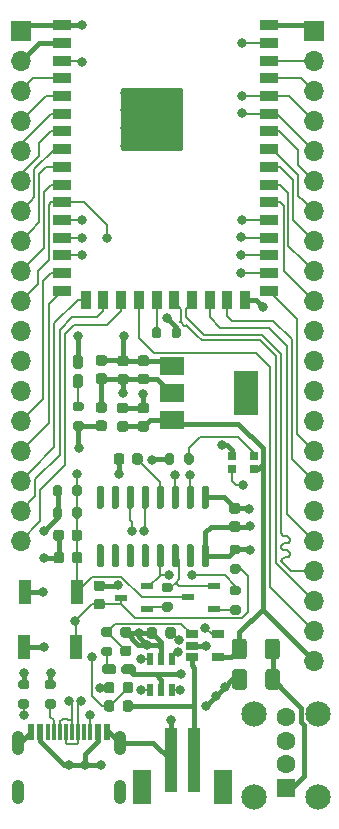
<source format=gbr>
%TF.GenerationSoftware,KiCad,Pcbnew,5.1.10-88a1d61d58~90~ubuntu20.04.1*%
%TF.CreationDate,2021-07-14T19:36:45+05:30*%
%TF.ProjectId,USBee32-S2,55534265-6533-4322-9d53-322e6b696361,rev?*%
%TF.SameCoordinates,Original*%
%TF.FileFunction,Copper,L1,Top*%
%TF.FilePolarity,Positive*%
%FSLAX46Y46*%
G04 Gerber Fmt 4.6, Leading zero omitted, Abs format (unit mm)*
G04 Created by KiCad (PCBNEW 5.1.10-88a1d61d58~90~ubuntu20.04.1) date 2021-07-14 19:36:45*
%MOMM*%
%LPD*%
G01*
G04 APERTURE LIST*
%TA.AperFunction,SMDPad,CuDef*%
%ADD10R,1.600000X3.000000*%
%TD*%
%TA.AperFunction,SMDPad,CuDef*%
%ADD11R,1.000000X5.500000*%
%TD*%
%TA.AperFunction,SMDPad,CuDef*%
%ADD12R,0.600000X1.125000*%
%TD*%
%TA.AperFunction,SMDPad,CuDef*%
%ADD13R,1.050000X0.600000*%
%TD*%
%TA.AperFunction,SMDPad,CuDef*%
%ADD14R,1.060000X0.650000*%
%TD*%
%TA.AperFunction,SMDPad,CuDef*%
%ADD15R,2.000000X1.500000*%
%TD*%
%TA.AperFunction,SMDPad,CuDef*%
%ADD16R,2.000000X3.800000*%
%TD*%
%TA.AperFunction,SMDPad,CuDef*%
%ADD17R,1.100000X1.100000*%
%TD*%
%TA.AperFunction,SMDPad,CuDef*%
%ADD18R,1.500000X0.900000*%
%TD*%
%TA.AperFunction,SMDPad,CuDef*%
%ADD19R,0.900000X1.500000*%
%TD*%
%TA.AperFunction,ComponentPad*%
%ADD20O,1.050000X2.100000*%
%TD*%
%TA.AperFunction,SMDPad,CuDef*%
%ADD21R,0.600000X1.450000*%
%TD*%
%TA.AperFunction,SMDPad,CuDef*%
%ADD22R,0.300000X1.450000*%
%TD*%
%TA.AperFunction,SMDPad,CuDef*%
%ADD23R,0.700000X0.700000*%
%TD*%
%TA.AperFunction,ComponentPad*%
%ADD24C,2.150000*%
%TD*%
%TA.AperFunction,ComponentPad*%
%ADD25R,1.600000X1.600000*%
%TD*%
%TA.AperFunction,ComponentPad*%
%ADD26C,1.600000*%
%TD*%
%TA.AperFunction,ComponentPad*%
%ADD27O,1.700000X1.700000*%
%TD*%
%TA.AperFunction,ComponentPad*%
%ADD28R,1.700000X1.700000*%
%TD*%
%TA.AperFunction,SMDPad,CuDef*%
%ADD29R,1.000000X2.000000*%
%TD*%
%TA.AperFunction,ViaPad*%
%ADD30C,0.800000*%
%TD*%
%TA.AperFunction,Conductor*%
%ADD31C,0.400000*%
%TD*%
%TA.AperFunction,Conductor*%
%ADD32C,0.200000*%
%TD*%
%TA.AperFunction,Conductor*%
%ADD33C,0.254000*%
%TD*%
%TA.AperFunction,Conductor*%
%ADD34C,0.100000*%
%TD*%
G04 APERTURE END LIST*
%TA.AperFunction,SMDPad,CuDef*%
G36*
G01*
X186580700Y-112312200D02*
X186580700Y-113562200D01*
G75*
G02*
X186330700Y-113812200I-250000J0D01*
G01*
X185580700Y-113812200D01*
G75*
G02*
X185330700Y-113562200I0J250000D01*
G01*
X185330700Y-112312200D01*
G75*
G02*
X185580700Y-112062200I250000J0D01*
G01*
X186330700Y-112062200D01*
G75*
G02*
X186580700Y-112312200I0J-250000D01*
G01*
G37*
%TD.AperFunction*%
%TA.AperFunction,SMDPad,CuDef*%
G36*
G01*
X189380700Y-112312200D02*
X189380700Y-113562200D01*
G75*
G02*
X189130700Y-113812200I-250000J0D01*
G01*
X188380700Y-113812200D01*
G75*
G02*
X188130700Y-113562200I0J250000D01*
G01*
X188130700Y-112312200D01*
G75*
G02*
X188380700Y-112062200I250000J0D01*
G01*
X189130700Y-112062200D01*
G75*
G02*
X189380700Y-112312200I0J-250000D01*
G01*
G37*
%TD.AperFunction*%
%TA.AperFunction,SMDPad,CuDef*%
G36*
G01*
X178970000Y-108743750D02*
X178970000Y-109256250D01*
G75*
G02*
X178751250Y-109475000I-218750J0D01*
G01*
X178313750Y-109475000D01*
G75*
G02*
X178095000Y-109256250I0J218750D01*
G01*
X178095000Y-108743750D01*
G75*
G02*
X178313750Y-108525000I218750J0D01*
G01*
X178751250Y-108525000D01*
G75*
G02*
X178970000Y-108743750I0J-218750D01*
G01*
G37*
%TD.AperFunction*%
%TA.AperFunction,SMDPad,CuDef*%
G36*
G01*
X180545000Y-108743750D02*
X180545000Y-109256250D01*
G75*
G02*
X180326250Y-109475000I-218750J0D01*
G01*
X179888750Y-109475000D01*
G75*
G02*
X179670000Y-109256250I0J218750D01*
G01*
X179670000Y-108743750D01*
G75*
G02*
X179888750Y-108525000I218750J0D01*
G01*
X180326250Y-108525000D01*
G75*
G02*
X180545000Y-108743750I0J-218750D01*
G01*
G37*
%TD.AperFunction*%
D10*
X177721400Y-122047360D03*
X184521400Y-122047360D03*
D11*
X180121400Y-119797360D03*
X182121400Y-119797360D03*
D12*
X180230000Y-111168000D03*
X179280000Y-111168000D03*
X178330000Y-111168000D03*
X178330000Y-113792000D03*
X179280000Y-113792000D03*
X180230000Y-113792000D03*
%TA.AperFunction,SMDPad,CuDef*%
G36*
G01*
X176585150Y-109389300D02*
X176072650Y-109389300D01*
G75*
G02*
X175853900Y-109170550I0J218750D01*
G01*
X175853900Y-108733050D01*
G75*
G02*
X176072650Y-108514300I218750J0D01*
G01*
X176585150Y-108514300D01*
G75*
G02*
X176803900Y-108733050I0J-218750D01*
G01*
X176803900Y-109170550D01*
G75*
G02*
X176585150Y-109389300I-218750J0D01*
G01*
G37*
%TD.AperFunction*%
%TA.AperFunction,SMDPad,CuDef*%
G36*
G01*
X176585150Y-110964300D02*
X176072650Y-110964300D01*
G75*
G02*
X175853900Y-110745550I0J218750D01*
G01*
X175853900Y-110308050D01*
G75*
G02*
X176072650Y-110089300I218750J0D01*
G01*
X176585150Y-110089300D01*
G75*
G02*
X176803900Y-110308050I0J-218750D01*
G01*
X176803900Y-110745550D01*
G75*
G02*
X176585150Y-110964300I-218750J0D01*
G01*
G37*
%TD.AperFunction*%
%TA.AperFunction,SMDPad,CuDef*%
G36*
G01*
X170205000Y-113760000D02*
X169655000Y-113760000D01*
G75*
G02*
X169455000Y-113560000I0J200000D01*
G01*
X169455000Y-113160000D01*
G75*
G02*
X169655000Y-112960000I200000J0D01*
G01*
X170205000Y-112960000D01*
G75*
G02*
X170405000Y-113160000I0J-200000D01*
G01*
X170405000Y-113560000D01*
G75*
G02*
X170205000Y-113760000I-200000J0D01*
G01*
G37*
%TD.AperFunction*%
%TA.AperFunction,SMDPad,CuDef*%
G36*
G01*
X170205000Y-115410000D02*
X169655000Y-115410000D01*
G75*
G02*
X169455000Y-115210000I0J200000D01*
G01*
X169455000Y-114810000D01*
G75*
G02*
X169655000Y-114610000I200000J0D01*
G01*
X170205000Y-114610000D01*
G75*
G02*
X170405000Y-114810000I0J-200000D01*
G01*
X170405000Y-115210000D01*
G75*
G02*
X170205000Y-115410000I-200000J0D01*
G01*
G37*
%TD.AperFunction*%
D13*
X181594800Y-105990300D03*
X183794800Y-105040300D03*
X183794800Y-106940300D03*
X175892500Y-106015700D03*
X178092500Y-105065700D03*
X178092500Y-106965700D03*
D14*
X184100000Y-109120000D03*
X184100000Y-111020000D03*
X181900000Y-111020000D03*
X181900000Y-110070000D03*
X181900000Y-109120000D03*
%TA.AperFunction,SMDPad,CuDef*%
G36*
G01*
X180415600Y-93993200D02*
X180415600Y-94543200D01*
G75*
G02*
X180215600Y-94743200I-200000J0D01*
G01*
X179815600Y-94743200D01*
G75*
G02*
X179615600Y-94543200I0J200000D01*
G01*
X179615600Y-93993200D01*
G75*
G02*
X179815600Y-93793200I200000J0D01*
G01*
X180215600Y-93793200D01*
G75*
G02*
X180415600Y-93993200I0J-200000D01*
G01*
G37*
%TD.AperFunction*%
%TA.AperFunction,SMDPad,CuDef*%
G36*
G01*
X182065600Y-93993200D02*
X182065600Y-94543200D01*
G75*
G02*
X181865600Y-94743200I-200000J0D01*
G01*
X181465600Y-94743200D01*
G75*
G02*
X181265600Y-94543200I0J200000D01*
G01*
X181265600Y-93993200D01*
G75*
G02*
X181465600Y-93793200I200000J0D01*
G01*
X181865600Y-93793200D01*
G75*
G02*
X182065600Y-93993200I0J-200000D01*
G01*
G37*
%TD.AperFunction*%
%TA.AperFunction,SMDPad,CuDef*%
G36*
G01*
X182887700Y-101495900D02*
X183187700Y-101495900D01*
G75*
G02*
X183337700Y-101645900I0J-150000D01*
G01*
X183337700Y-103295900D01*
G75*
G02*
X183187700Y-103445900I-150000J0D01*
G01*
X182887700Y-103445900D01*
G75*
G02*
X182737700Y-103295900I0J150000D01*
G01*
X182737700Y-101645900D01*
G75*
G02*
X182887700Y-101495900I150000J0D01*
G01*
G37*
%TD.AperFunction*%
%TA.AperFunction,SMDPad,CuDef*%
G36*
G01*
X181617700Y-101495900D02*
X181917700Y-101495900D01*
G75*
G02*
X182067700Y-101645900I0J-150000D01*
G01*
X182067700Y-103295900D01*
G75*
G02*
X181917700Y-103445900I-150000J0D01*
G01*
X181617700Y-103445900D01*
G75*
G02*
X181467700Y-103295900I0J150000D01*
G01*
X181467700Y-101645900D01*
G75*
G02*
X181617700Y-101495900I150000J0D01*
G01*
G37*
%TD.AperFunction*%
%TA.AperFunction,SMDPad,CuDef*%
G36*
G01*
X180347700Y-101495900D02*
X180647700Y-101495900D01*
G75*
G02*
X180797700Y-101645900I0J-150000D01*
G01*
X180797700Y-103295900D01*
G75*
G02*
X180647700Y-103445900I-150000J0D01*
G01*
X180347700Y-103445900D01*
G75*
G02*
X180197700Y-103295900I0J150000D01*
G01*
X180197700Y-101645900D01*
G75*
G02*
X180347700Y-101495900I150000J0D01*
G01*
G37*
%TD.AperFunction*%
%TA.AperFunction,SMDPad,CuDef*%
G36*
G01*
X179077700Y-101495900D02*
X179377700Y-101495900D01*
G75*
G02*
X179527700Y-101645900I0J-150000D01*
G01*
X179527700Y-103295900D01*
G75*
G02*
X179377700Y-103445900I-150000J0D01*
G01*
X179077700Y-103445900D01*
G75*
G02*
X178927700Y-103295900I0J150000D01*
G01*
X178927700Y-101645900D01*
G75*
G02*
X179077700Y-101495900I150000J0D01*
G01*
G37*
%TD.AperFunction*%
%TA.AperFunction,SMDPad,CuDef*%
G36*
G01*
X177807700Y-101495900D02*
X178107700Y-101495900D01*
G75*
G02*
X178257700Y-101645900I0J-150000D01*
G01*
X178257700Y-103295900D01*
G75*
G02*
X178107700Y-103445900I-150000J0D01*
G01*
X177807700Y-103445900D01*
G75*
G02*
X177657700Y-103295900I0J150000D01*
G01*
X177657700Y-101645900D01*
G75*
G02*
X177807700Y-101495900I150000J0D01*
G01*
G37*
%TD.AperFunction*%
%TA.AperFunction,SMDPad,CuDef*%
G36*
G01*
X176537700Y-101495900D02*
X176837700Y-101495900D01*
G75*
G02*
X176987700Y-101645900I0J-150000D01*
G01*
X176987700Y-103295900D01*
G75*
G02*
X176837700Y-103445900I-150000J0D01*
G01*
X176537700Y-103445900D01*
G75*
G02*
X176387700Y-103295900I0J150000D01*
G01*
X176387700Y-101645900D01*
G75*
G02*
X176537700Y-101495900I150000J0D01*
G01*
G37*
%TD.AperFunction*%
%TA.AperFunction,SMDPad,CuDef*%
G36*
G01*
X175267700Y-101495900D02*
X175567700Y-101495900D01*
G75*
G02*
X175717700Y-101645900I0J-150000D01*
G01*
X175717700Y-103295900D01*
G75*
G02*
X175567700Y-103445900I-150000J0D01*
G01*
X175267700Y-103445900D01*
G75*
G02*
X175117700Y-103295900I0J150000D01*
G01*
X175117700Y-101645900D01*
G75*
G02*
X175267700Y-101495900I150000J0D01*
G01*
G37*
%TD.AperFunction*%
%TA.AperFunction,SMDPad,CuDef*%
G36*
G01*
X173997700Y-101495900D02*
X174297700Y-101495900D01*
G75*
G02*
X174447700Y-101645900I0J-150000D01*
G01*
X174447700Y-103295900D01*
G75*
G02*
X174297700Y-103445900I-150000J0D01*
G01*
X173997700Y-103445900D01*
G75*
G02*
X173847700Y-103295900I0J150000D01*
G01*
X173847700Y-101645900D01*
G75*
G02*
X173997700Y-101495900I150000J0D01*
G01*
G37*
%TD.AperFunction*%
%TA.AperFunction,SMDPad,CuDef*%
G36*
G01*
X173997700Y-96545900D02*
X174297700Y-96545900D01*
G75*
G02*
X174447700Y-96695900I0J-150000D01*
G01*
X174447700Y-98345900D01*
G75*
G02*
X174297700Y-98495900I-150000J0D01*
G01*
X173997700Y-98495900D01*
G75*
G02*
X173847700Y-98345900I0J150000D01*
G01*
X173847700Y-96695900D01*
G75*
G02*
X173997700Y-96545900I150000J0D01*
G01*
G37*
%TD.AperFunction*%
%TA.AperFunction,SMDPad,CuDef*%
G36*
G01*
X175267700Y-96545900D02*
X175567700Y-96545900D01*
G75*
G02*
X175717700Y-96695900I0J-150000D01*
G01*
X175717700Y-98345900D01*
G75*
G02*
X175567700Y-98495900I-150000J0D01*
G01*
X175267700Y-98495900D01*
G75*
G02*
X175117700Y-98345900I0J150000D01*
G01*
X175117700Y-96695900D01*
G75*
G02*
X175267700Y-96545900I150000J0D01*
G01*
G37*
%TD.AperFunction*%
%TA.AperFunction,SMDPad,CuDef*%
G36*
G01*
X176537700Y-96545900D02*
X176837700Y-96545900D01*
G75*
G02*
X176987700Y-96695900I0J-150000D01*
G01*
X176987700Y-98345900D01*
G75*
G02*
X176837700Y-98495900I-150000J0D01*
G01*
X176537700Y-98495900D01*
G75*
G02*
X176387700Y-98345900I0J150000D01*
G01*
X176387700Y-96695900D01*
G75*
G02*
X176537700Y-96545900I150000J0D01*
G01*
G37*
%TD.AperFunction*%
%TA.AperFunction,SMDPad,CuDef*%
G36*
G01*
X177807700Y-96545900D02*
X178107700Y-96545900D01*
G75*
G02*
X178257700Y-96695900I0J-150000D01*
G01*
X178257700Y-98345900D01*
G75*
G02*
X178107700Y-98495900I-150000J0D01*
G01*
X177807700Y-98495900D01*
G75*
G02*
X177657700Y-98345900I0J150000D01*
G01*
X177657700Y-96695900D01*
G75*
G02*
X177807700Y-96545900I150000J0D01*
G01*
G37*
%TD.AperFunction*%
%TA.AperFunction,SMDPad,CuDef*%
G36*
G01*
X179077700Y-96545900D02*
X179377700Y-96545900D01*
G75*
G02*
X179527700Y-96695900I0J-150000D01*
G01*
X179527700Y-98345900D01*
G75*
G02*
X179377700Y-98495900I-150000J0D01*
G01*
X179077700Y-98495900D01*
G75*
G02*
X178927700Y-98345900I0J150000D01*
G01*
X178927700Y-96695900D01*
G75*
G02*
X179077700Y-96545900I150000J0D01*
G01*
G37*
%TD.AperFunction*%
%TA.AperFunction,SMDPad,CuDef*%
G36*
G01*
X180347700Y-96545900D02*
X180647700Y-96545900D01*
G75*
G02*
X180797700Y-96695900I0J-150000D01*
G01*
X180797700Y-98345900D01*
G75*
G02*
X180647700Y-98495900I-150000J0D01*
G01*
X180347700Y-98495900D01*
G75*
G02*
X180197700Y-98345900I0J150000D01*
G01*
X180197700Y-96695900D01*
G75*
G02*
X180347700Y-96545900I150000J0D01*
G01*
G37*
%TD.AperFunction*%
%TA.AperFunction,SMDPad,CuDef*%
G36*
G01*
X181617700Y-96545900D02*
X181917700Y-96545900D01*
G75*
G02*
X182067700Y-96695900I0J-150000D01*
G01*
X182067700Y-98345900D01*
G75*
G02*
X181917700Y-98495900I-150000J0D01*
G01*
X181617700Y-98495900D01*
G75*
G02*
X181467700Y-98345900I0J150000D01*
G01*
X181467700Y-96695900D01*
G75*
G02*
X181617700Y-96545900I150000J0D01*
G01*
G37*
%TD.AperFunction*%
%TA.AperFunction,SMDPad,CuDef*%
G36*
G01*
X182887700Y-96545900D02*
X183187700Y-96545900D01*
G75*
G02*
X183337700Y-96695900I0J-150000D01*
G01*
X183337700Y-98345900D01*
G75*
G02*
X183187700Y-98495900I-150000J0D01*
G01*
X182887700Y-98495900D01*
G75*
G02*
X182737700Y-98345900I0J150000D01*
G01*
X182737700Y-96695900D01*
G75*
G02*
X182887700Y-96545900I150000J0D01*
G01*
G37*
%TD.AperFunction*%
D15*
X180192500Y-86392900D03*
X180192500Y-90992900D03*
X180192500Y-88692900D03*
D16*
X186492500Y-88692900D03*
D17*
X176990000Y-64090000D03*
X178490000Y-64090000D03*
X179990000Y-64090000D03*
X179990000Y-65590000D03*
X179990000Y-67090000D03*
X178490000Y-67090000D03*
X176990000Y-67090000D03*
X176990000Y-65590000D03*
X178490000Y-65590000D03*
D18*
X188430000Y-57540000D03*
X188430000Y-59040000D03*
X188430000Y-60540000D03*
X188430000Y-62040000D03*
X188430000Y-63540000D03*
X188430000Y-65040000D03*
X188430000Y-66540000D03*
X188430000Y-68040000D03*
X188430000Y-69540000D03*
X188430000Y-71040000D03*
X188430000Y-72540000D03*
X188430000Y-74040000D03*
X188430000Y-75540000D03*
X188430000Y-77040000D03*
X188430000Y-78540000D03*
X188430000Y-80040000D03*
D19*
X186430000Y-80790000D03*
X184930000Y-80790000D03*
X183430000Y-80790000D03*
X181930000Y-80790000D03*
X180430000Y-80790000D03*
X178930000Y-80790000D03*
X177430000Y-80790000D03*
X175930000Y-80790000D03*
X174430000Y-80790000D03*
X172930000Y-80790000D03*
D18*
X170930000Y-80040000D03*
X170930000Y-78540000D03*
X170930000Y-77040000D03*
X170930000Y-75540000D03*
X170930000Y-74040000D03*
X170930000Y-72540000D03*
X170930000Y-71040000D03*
X170930000Y-69540000D03*
X170930000Y-68040000D03*
X170930000Y-66540000D03*
X170930000Y-65040000D03*
X170930000Y-63540000D03*
X170930000Y-62040000D03*
X170930000Y-60540000D03*
X170930000Y-59040000D03*
X170930000Y-57540000D03*
D20*
X175827500Y-122459280D03*
X167187500Y-122459280D03*
X175827500Y-118279280D03*
X167187500Y-118279280D03*
D21*
X174757500Y-117364280D03*
X173957500Y-117364280D03*
D22*
X173257500Y-117364280D03*
X172757500Y-117364280D03*
X172257500Y-117364280D03*
X171757500Y-117364280D03*
X169757500Y-117364280D03*
X170257500Y-117364280D03*
X170757500Y-117364280D03*
X171257500Y-117364280D03*
D21*
X169057500Y-117364280D03*
X168257500Y-117364280D03*
%TA.AperFunction,SMDPad,CuDef*%
G36*
G01*
X170941400Y-96672900D02*
X170941400Y-97222900D01*
G75*
G02*
X170741400Y-97422900I-200000J0D01*
G01*
X170341400Y-97422900D01*
G75*
G02*
X170141400Y-97222900I0J200000D01*
G01*
X170141400Y-96672900D01*
G75*
G02*
X170341400Y-96472900I200000J0D01*
G01*
X170741400Y-96472900D01*
G75*
G02*
X170941400Y-96672900I0J-200000D01*
G01*
G37*
%TD.AperFunction*%
%TA.AperFunction,SMDPad,CuDef*%
G36*
G01*
X172591400Y-96672900D02*
X172591400Y-97222900D01*
G75*
G02*
X172391400Y-97422900I-200000J0D01*
G01*
X171991400Y-97422900D01*
G75*
G02*
X171791400Y-97222900I0J200000D01*
G01*
X171791400Y-96672900D01*
G75*
G02*
X171991400Y-96472900I200000J0D01*
G01*
X172391400Y-96472900D01*
G75*
G02*
X172591400Y-96672900I0J-200000D01*
G01*
G37*
%TD.AperFunction*%
%TA.AperFunction,SMDPad,CuDef*%
G36*
G01*
X175933740Y-112301300D02*
X175933740Y-111876300D01*
G75*
G02*
X176146240Y-111663800I212500J0D01*
G01*
X176946240Y-111663800D01*
G75*
G02*
X177158740Y-111876300I0J-212500D01*
G01*
X177158740Y-112301300D01*
G75*
G02*
X176946240Y-112513800I-212500J0D01*
G01*
X176146240Y-112513800D01*
G75*
G02*
X175933740Y-112301300I0J212500D01*
G01*
G37*
%TD.AperFunction*%
%TA.AperFunction,SMDPad,CuDef*%
G36*
G01*
X174308740Y-112301300D02*
X174308740Y-111876300D01*
G75*
G02*
X174521240Y-111663800I212500J0D01*
G01*
X175321240Y-111663800D01*
G75*
G02*
X175533740Y-111876300I0J-212500D01*
G01*
X175533740Y-112301300D01*
G75*
G02*
X175321240Y-112513800I-212500J0D01*
G01*
X174521240Y-112513800D01*
G75*
G02*
X174308740Y-112301300I0J212500D01*
G01*
G37*
%TD.AperFunction*%
%TA.AperFunction,SMDPad,CuDef*%
G36*
G01*
X175363740Y-113374240D02*
X175363740Y-113886740D01*
G75*
G02*
X175144990Y-114105490I-218750J0D01*
G01*
X174707490Y-114105490D01*
G75*
G02*
X174488740Y-113886740I0J218750D01*
G01*
X174488740Y-113374240D01*
G75*
G02*
X174707490Y-113155490I218750J0D01*
G01*
X175144990Y-113155490D01*
G75*
G02*
X175363740Y-113374240I0J-218750D01*
G01*
G37*
%TD.AperFunction*%
%TA.AperFunction,SMDPad,CuDef*%
G36*
G01*
X176938740Y-113374240D02*
X176938740Y-113886740D01*
G75*
G02*
X176719990Y-114105490I-218750J0D01*
G01*
X176282490Y-114105490D01*
G75*
G02*
X176063740Y-113886740I0J218750D01*
G01*
X176063740Y-113374240D01*
G75*
G02*
X176282490Y-113155490I218750J0D01*
G01*
X176719990Y-113155490D01*
G75*
G02*
X176938740Y-113374240I0J-218750D01*
G01*
G37*
%TD.AperFunction*%
%TA.AperFunction,SMDPad,CuDef*%
G36*
G01*
X175363740Y-114925930D02*
X175363740Y-115438430D01*
G75*
G02*
X175144990Y-115657180I-218750J0D01*
G01*
X174707490Y-115657180D01*
G75*
G02*
X174488740Y-115438430I0J218750D01*
G01*
X174488740Y-114925930D01*
G75*
G02*
X174707490Y-114707180I218750J0D01*
G01*
X175144990Y-114707180D01*
G75*
G02*
X175363740Y-114925930I0J-218750D01*
G01*
G37*
%TD.AperFunction*%
%TA.AperFunction,SMDPad,CuDef*%
G36*
G01*
X176938740Y-114925930D02*
X176938740Y-115438430D01*
G75*
G02*
X176719990Y-115657180I-218750J0D01*
G01*
X176282490Y-115657180D01*
G75*
G02*
X176063740Y-115438430I0J218750D01*
G01*
X176063740Y-114925930D01*
G75*
G02*
X176282490Y-114707180I218750J0D01*
G01*
X176719990Y-114707180D01*
G75*
G02*
X176938740Y-114925930I0J-218750D01*
G01*
G37*
%TD.AperFunction*%
D23*
X185330720Y-95117920D03*
X185330720Y-94017920D03*
X187160720Y-94017920D03*
X187160720Y-95117920D03*
D24*
X187192340Y-122854000D03*
X187192340Y-115854000D03*
X192632340Y-115854000D03*
X192632340Y-122854000D03*
D25*
X189912340Y-122124000D03*
D26*
X189912340Y-120124000D03*
X189912340Y-118124000D03*
X189912340Y-116124000D03*
%TA.AperFunction,SMDPad,CuDef*%
G36*
G01*
X174978300Y-109327000D02*
X174428300Y-109327000D01*
G75*
G02*
X174228300Y-109127000I0J200000D01*
G01*
X174228300Y-108727000D01*
G75*
G02*
X174428300Y-108527000I200000J0D01*
G01*
X174978300Y-108527000D01*
G75*
G02*
X175178300Y-108727000I0J-200000D01*
G01*
X175178300Y-109127000D01*
G75*
G02*
X174978300Y-109327000I-200000J0D01*
G01*
G37*
%TD.AperFunction*%
%TA.AperFunction,SMDPad,CuDef*%
G36*
G01*
X174978300Y-110977000D02*
X174428300Y-110977000D01*
G75*
G02*
X174228300Y-110777000I0J200000D01*
G01*
X174228300Y-110377000D01*
G75*
G02*
X174428300Y-110177000I200000J0D01*
G01*
X174978300Y-110177000D01*
G75*
G02*
X175178300Y-110377000I0J-200000D01*
G01*
X175178300Y-110777000D01*
G75*
G02*
X174978300Y-110977000I-200000J0D01*
G01*
G37*
%TD.AperFunction*%
%TA.AperFunction,SMDPad,CuDef*%
G36*
G01*
X175840800Y-87074800D02*
X176340800Y-87074800D01*
G75*
G02*
X176565800Y-87299800I0J-225000D01*
G01*
X176565800Y-87749800D01*
G75*
G02*
X176340800Y-87974800I-225000J0D01*
G01*
X175840800Y-87974800D01*
G75*
G02*
X175615800Y-87749800I0J225000D01*
G01*
X175615800Y-87299800D01*
G75*
G02*
X175840800Y-87074800I225000J0D01*
G01*
G37*
%TD.AperFunction*%
%TA.AperFunction,SMDPad,CuDef*%
G36*
G01*
X175840800Y-85524800D02*
X176340800Y-85524800D01*
G75*
G02*
X176565800Y-85749800I0J-225000D01*
G01*
X176565800Y-86199800D01*
G75*
G02*
X176340800Y-86424800I-225000J0D01*
G01*
X175840800Y-86424800D01*
G75*
G02*
X175615800Y-86199800I0J225000D01*
G01*
X175615800Y-85749800D01*
G75*
G02*
X175840800Y-85524800I225000J0D01*
G01*
G37*
%TD.AperFunction*%
%TA.AperFunction,SMDPad,CuDef*%
G36*
G01*
X175802700Y-91062300D02*
X176302700Y-91062300D01*
G75*
G02*
X176527700Y-91287300I0J-225000D01*
G01*
X176527700Y-91737300D01*
G75*
G02*
X176302700Y-91962300I-225000J0D01*
G01*
X175802700Y-91962300D01*
G75*
G02*
X175577700Y-91737300I0J225000D01*
G01*
X175577700Y-91287300D01*
G75*
G02*
X175802700Y-91062300I225000J0D01*
G01*
G37*
%TD.AperFunction*%
%TA.AperFunction,SMDPad,CuDef*%
G36*
G01*
X175802700Y-89512300D02*
X176302700Y-89512300D01*
G75*
G02*
X176527700Y-89737300I0J-225000D01*
G01*
X176527700Y-90187300D01*
G75*
G02*
X176302700Y-90412300I-225000J0D01*
G01*
X175802700Y-90412300D01*
G75*
G02*
X175577700Y-90187300I0J225000D01*
G01*
X175577700Y-89737300D01*
G75*
G02*
X175802700Y-89512300I225000J0D01*
G01*
G37*
%TD.AperFunction*%
%TA.AperFunction,SMDPad,CuDef*%
G36*
G01*
X188105300Y-110984100D02*
X188105300Y-109734100D01*
G75*
G02*
X188355300Y-109484100I250000J0D01*
G01*
X189105300Y-109484100D01*
G75*
G02*
X189355300Y-109734100I0J-250000D01*
G01*
X189355300Y-110984100D01*
G75*
G02*
X189105300Y-111234100I-250000J0D01*
G01*
X188355300Y-111234100D01*
G75*
G02*
X188105300Y-110984100I0J250000D01*
G01*
G37*
%TD.AperFunction*%
%TA.AperFunction,SMDPad,CuDef*%
G36*
G01*
X185305300Y-110984100D02*
X185305300Y-109734100D01*
G75*
G02*
X185555300Y-109484100I250000J0D01*
G01*
X186305300Y-109484100D01*
G75*
G02*
X186555300Y-109734100I0J-250000D01*
G01*
X186555300Y-110984100D01*
G75*
G02*
X186305300Y-111234100I-250000J0D01*
G01*
X185555300Y-111234100D01*
G75*
G02*
X185305300Y-110984100I0J250000D01*
G01*
G37*
%TD.AperFunction*%
D27*
X192220000Y-111355000D03*
X192220000Y-108815000D03*
X192220000Y-106275000D03*
X192220000Y-103735000D03*
X192220000Y-101195000D03*
X192220000Y-98655000D03*
X192220000Y-96115000D03*
X192220000Y-93575000D03*
X192220000Y-91035000D03*
X192220000Y-88495000D03*
X192220000Y-85955000D03*
X192220000Y-83415000D03*
X192220000Y-80875000D03*
X192220000Y-78335000D03*
X192220000Y-75795000D03*
X192220000Y-73255000D03*
X192220000Y-70715000D03*
X192220000Y-68175000D03*
X192220000Y-65635000D03*
X192220000Y-63095000D03*
X192220000Y-60555000D03*
D28*
X192220000Y-58015000D03*
%TA.AperFunction,SMDPad,CuDef*%
G36*
G01*
X185789600Y-98896200D02*
X185289600Y-98896200D01*
G75*
G02*
X185064600Y-98671200I0J225000D01*
G01*
X185064600Y-98221200D01*
G75*
G02*
X185289600Y-97996200I225000J0D01*
G01*
X185789600Y-97996200D01*
G75*
G02*
X186014600Y-98221200I0J-225000D01*
G01*
X186014600Y-98671200D01*
G75*
G02*
X185789600Y-98896200I-225000J0D01*
G01*
G37*
%TD.AperFunction*%
%TA.AperFunction,SMDPad,CuDef*%
G36*
G01*
X185789600Y-100446200D02*
X185289600Y-100446200D01*
G75*
G02*
X185064600Y-100221200I0J225000D01*
G01*
X185064600Y-99771200D01*
G75*
G02*
X185289600Y-99546200I225000J0D01*
G01*
X185789600Y-99546200D01*
G75*
G02*
X186014600Y-99771200I0J-225000D01*
G01*
X186014600Y-100221200D01*
G75*
G02*
X185789600Y-100446200I-225000J0D01*
G01*
G37*
%TD.AperFunction*%
D29*
X172156700Y-105558500D03*
X167756700Y-105558500D03*
X172118600Y-110194000D03*
X167718600Y-110194000D03*
%TA.AperFunction,SMDPad,CuDef*%
G36*
G01*
X179549600Y-106389900D02*
X180099600Y-106389900D01*
G75*
G02*
X180299600Y-106589900I0J-200000D01*
G01*
X180299600Y-106989900D01*
G75*
G02*
X180099600Y-107189900I-200000J0D01*
G01*
X179549600Y-107189900D01*
G75*
G02*
X179349600Y-106989900I0J200000D01*
G01*
X179349600Y-106589900D01*
G75*
G02*
X179549600Y-106389900I200000J0D01*
G01*
G37*
%TD.AperFunction*%
%TA.AperFunction,SMDPad,CuDef*%
G36*
G01*
X179549600Y-104739900D02*
X180099600Y-104739900D01*
G75*
G02*
X180299600Y-104939900I0J-200000D01*
G01*
X180299600Y-105339900D01*
G75*
G02*
X180099600Y-105539900I-200000J0D01*
G01*
X179549600Y-105539900D01*
G75*
G02*
X179349600Y-105339900I0J200000D01*
G01*
X179349600Y-104939900D01*
G75*
G02*
X179549600Y-104739900I200000J0D01*
G01*
G37*
%TD.AperFunction*%
%TA.AperFunction,SMDPad,CuDef*%
G36*
G01*
X172018500Y-91074200D02*
X172568500Y-91074200D01*
G75*
G02*
X172768500Y-91274200I0J-200000D01*
G01*
X172768500Y-91674200D01*
G75*
G02*
X172568500Y-91874200I-200000J0D01*
G01*
X172018500Y-91874200D01*
G75*
G02*
X171818500Y-91674200I0J200000D01*
G01*
X171818500Y-91274200D01*
G75*
G02*
X172018500Y-91074200I200000J0D01*
G01*
G37*
%TD.AperFunction*%
%TA.AperFunction,SMDPad,CuDef*%
G36*
G01*
X172018500Y-89424200D02*
X172568500Y-89424200D01*
G75*
G02*
X172768500Y-89624200I0J-200000D01*
G01*
X172768500Y-90024200D01*
G75*
G02*
X172568500Y-90224200I-200000J0D01*
G01*
X172018500Y-90224200D01*
G75*
G02*
X171818500Y-90024200I0J200000D01*
G01*
X171818500Y-89624200D01*
G75*
G02*
X172018500Y-89424200I200000J0D01*
G01*
G37*
%TD.AperFunction*%
D27*
X167430000Y-101195000D03*
X167430000Y-98655000D03*
X167430000Y-96115000D03*
X167430000Y-93575000D03*
X167430000Y-91035000D03*
X167430000Y-88495000D03*
X167430000Y-85955000D03*
X167430000Y-83415000D03*
X167430000Y-80875000D03*
X167430000Y-78335000D03*
X167430000Y-75795000D03*
X167430000Y-73255000D03*
X167430000Y-70715000D03*
X167430000Y-68175000D03*
X167430000Y-65635000D03*
X167430000Y-63095000D03*
X167430000Y-60555000D03*
D28*
X167430000Y-58015000D03*
%TA.AperFunction,SMDPad,CuDef*%
G36*
G01*
X172465360Y-86664400D02*
X172040360Y-86664400D01*
G75*
G02*
X171827860Y-86451900I0J212500D01*
G01*
X171827860Y-85651900D01*
G75*
G02*
X172040360Y-85439400I212500J0D01*
G01*
X172465360Y-85439400D01*
G75*
G02*
X172677860Y-85651900I0J-212500D01*
G01*
X172677860Y-86451900D01*
G75*
G02*
X172465360Y-86664400I-212500J0D01*
G01*
G37*
%TD.AperFunction*%
%TA.AperFunction,SMDPad,CuDef*%
G36*
G01*
X172465360Y-88289400D02*
X172040360Y-88289400D01*
G75*
G02*
X171827860Y-88076900I0J212500D01*
G01*
X171827860Y-87276900D01*
G75*
G02*
X172040360Y-87064400I212500J0D01*
G01*
X172465360Y-87064400D01*
G75*
G02*
X172677860Y-87276900I0J-212500D01*
G01*
X172677860Y-88076900D01*
G75*
G02*
X172465360Y-88289400I-212500J0D01*
G01*
G37*
%TD.AperFunction*%
%TA.AperFunction,SMDPad,CuDef*%
G36*
G01*
X177568000Y-87049400D02*
X178068000Y-87049400D01*
G75*
G02*
X178293000Y-87274400I0J-225000D01*
G01*
X178293000Y-87724400D01*
G75*
G02*
X178068000Y-87949400I-225000J0D01*
G01*
X177568000Y-87949400D01*
G75*
G02*
X177343000Y-87724400I0J225000D01*
G01*
X177343000Y-87274400D01*
G75*
G02*
X177568000Y-87049400I225000J0D01*
G01*
G37*
%TD.AperFunction*%
%TA.AperFunction,SMDPad,CuDef*%
G36*
G01*
X177568000Y-85499400D02*
X178068000Y-85499400D01*
G75*
G02*
X178293000Y-85724400I0J-225000D01*
G01*
X178293000Y-86174400D01*
G75*
G02*
X178068000Y-86399400I-225000J0D01*
G01*
X177568000Y-86399400D01*
G75*
G02*
X177343000Y-86174400I0J225000D01*
G01*
X177343000Y-85724400D01*
G75*
G02*
X177568000Y-85499400I225000J0D01*
G01*
G37*
%TD.AperFunction*%
%TA.AperFunction,SMDPad,CuDef*%
G36*
G01*
X173821500Y-106112100D02*
X174321500Y-106112100D01*
G75*
G02*
X174546500Y-106337100I0J-225000D01*
G01*
X174546500Y-106787100D01*
G75*
G02*
X174321500Y-107012100I-225000J0D01*
G01*
X173821500Y-107012100D01*
G75*
G02*
X173596500Y-106787100I0J225000D01*
G01*
X173596500Y-106337100D01*
G75*
G02*
X173821500Y-106112100I225000J0D01*
G01*
G37*
%TD.AperFunction*%
%TA.AperFunction,SMDPad,CuDef*%
G36*
G01*
X173821500Y-104562100D02*
X174321500Y-104562100D01*
G75*
G02*
X174546500Y-104787100I0J-225000D01*
G01*
X174546500Y-105237100D01*
G75*
G02*
X174321500Y-105462100I-225000J0D01*
G01*
X173821500Y-105462100D01*
G75*
G02*
X173596500Y-105237100I0J225000D01*
G01*
X173596500Y-104787100D01*
G75*
G02*
X173821500Y-104562100I225000J0D01*
G01*
G37*
%TD.AperFunction*%
%TA.AperFunction,SMDPad,CuDef*%
G36*
G01*
X171079500Y-100482500D02*
X171079500Y-100982500D01*
G75*
G02*
X170854500Y-101207500I-225000J0D01*
G01*
X170404500Y-101207500D01*
G75*
G02*
X170179500Y-100982500I0J225000D01*
G01*
X170179500Y-100482500D01*
G75*
G02*
X170404500Y-100257500I225000J0D01*
G01*
X170854500Y-100257500D01*
G75*
G02*
X171079500Y-100482500I0J-225000D01*
G01*
G37*
%TD.AperFunction*%
%TA.AperFunction,SMDPad,CuDef*%
G36*
G01*
X172629500Y-100482500D02*
X172629500Y-100982500D01*
G75*
G02*
X172404500Y-101207500I-225000J0D01*
G01*
X171954500Y-101207500D01*
G75*
G02*
X171729500Y-100982500I0J225000D01*
G01*
X171729500Y-100482500D01*
G75*
G02*
X171954500Y-100257500I225000J0D01*
G01*
X172404500Y-100257500D01*
G75*
G02*
X172629500Y-100482500I0J-225000D01*
G01*
G37*
%TD.AperFunction*%
%TA.AperFunction,SMDPad,CuDef*%
G36*
G01*
X176197600Y-94018200D02*
X176197600Y-94518200D01*
G75*
G02*
X175972600Y-94743200I-225000J0D01*
G01*
X175522600Y-94743200D01*
G75*
G02*
X175297600Y-94518200I0J225000D01*
G01*
X175297600Y-94018200D01*
G75*
G02*
X175522600Y-93793200I225000J0D01*
G01*
X175972600Y-93793200D01*
G75*
G02*
X176197600Y-94018200I0J-225000D01*
G01*
G37*
%TD.AperFunction*%
%TA.AperFunction,SMDPad,CuDef*%
G36*
G01*
X177747600Y-94018200D02*
X177747600Y-94518200D01*
G75*
G02*
X177522600Y-94743200I-225000J0D01*
G01*
X177072600Y-94743200D01*
G75*
G02*
X176847600Y-94518200I0J225000D01*
G01*
X176847600Y-94018200D01*
G75*
G02*
X177072600Y-93793200I225000J0D01*
G01*
X177522600Y-93793200D01*
G75*
G02*
X177747600Y-94018200I0J-225000D01*
G01*
G37*
%TD.AperFunction*%
%TA.AperFunction,SMDPad,CuDef*%
G36*
G01*
X167955000Y-113755000D02*
X167405000Y-113755000D01*
G75*
G02*
X167205000Y-113555000I0J200000D01*
G01*
X167205000Y-113155000D01*
G75*
G02*
X167405000Y-112955000I200000J0D01*
G01*
X167955000Y-112955000D01*
G75*
G02*
X168155000Y-113155000I0J-200000D01*
G01*
X168155000Y-113555000D01*
G75*
G02*
X167955000Y-113755000I-200000J0D01*
G01*
G37*
%TD.AperFunction*%
%TA.AperFunction,SMDPad,CuDef*%
G36*
G01*
X167955000Y-115405000D02*
X167405000Y-115405000D01*
G75*
G02*
X167205000Y-115205000I0J200000D01*
G01*
X167205000Y-114805000D01*
G75*
G02*
X167405000Y-114605000I200000J0D01*
G01*
X167955000Y-114605000D01*
G75*
G02*
X168155000Y-114805000I0J-200000D01*
G01*
X168155000Y-115205000D01*
G75*
G02*
X167955000Y-115405000I-200000J0D01*
G01*
G37*
%TD.AperFunction*%
%TA.AperFunction,SMDPad,CuDef*%
G36*
G01*
X179341180Y-83312500D02*
X179341180Y-83862500D01*
G75*
G02*
X179141180Y-84062500I-200000J0D01*
G01*
X178741180Y-84062500D01*
G75*
G02*
X178541180Y-83862500I0J200000D01*
G01*
X178541180Y-83312500D01*
G75*
G02*
X178741180Y-83112500I200000J0D01*
G01*
X179141180Y-83112500D01*
G75*
G02*
X179341180Y-83312500I0J-200000D01*
G01*
G37*
%TD.AperFunction*%
%TA.AperFunction,SMDPad,CuDef*%
G36*
G01*
X180991180Y-83312500D02*
X180991180Y-83862500D01*
G75*
G02*
X180791180Y-84062500I-200000J0D01*
G01*
X180391180Y-84062500D01*
G75*
G02*
X180191180Y-83862500I0J200000D01*
G01*
X180191180Y-83312500D01*
G75*
G02*
X180391180Y-83112500I200000J0D01*
G01*
X180791180Y-83112500D01*
G75*
G02*
X180991180Y-83312500I0J-200000D01*
G01*
G37*
%TD.AperFunction*%
%TA.AperFunction,SMDPad,CuDef*%
G36*
G01*
X185852700Y-102326800D02*
X185302700Y-102326800D01*
G75*
G02*
X185102700Y-102126800I0J200000D01*
G01*
X185102700Y-101726800D01*
G75*
G02*
X185302700Y-101526800I200000J0D01*
G01*
X185852700Y-101526800D01*
G75*
G02*
X186052700Y-101726800I0J-200000D01*
G01*
X186052700Y-102126800D01*
G75*
G02*
X185852700Y-102326800I-200000J0D01*
G01*
G37*
%TD.AperFunction*%
%TA.AperFunction,SMDPad,CuDef*%
G36*
G01*
X185852700Y-103976800D02*
X185302700Y-103976800D01*
G75*
G02*
X185102700Y-103776800I0J200000D01*
G01*
X185102700Y-103376800D01*
G75*
G02*
X185302700Y-103176800I200000J0D01*
G01*
X185852700Y-103176800D01*
G75*
G02*
X186052700Y-103376800I0J-200000D01*
G01*
X186052700Y-103776800D01*
G75*
G02*
X185852700Y-103976800I-200000J0D01*
G01*
G37*
%TD.AperFunction*%
%TA.AperFunction,SMDPad,CuDef*%
G36*
G01*
X170141400Y-99115200D02*
X170141400Y-98565200D01*
G75*
G02*
X170341400Y-98365200I200000J0D01*
G01*
X170741400Y-98365200D01*
G75*
G02*
X170941400Y-98565200I0J-200000D01*
G01*
X170941400Y-99115200D01*
G75*
G02*
X170741400Y-99315200I-200000J0D01*
G01*
X170341400Y-99315200D01*
G75*
G02*
X170141400Y-99115200I0J200000D01*
G01*
G37*
%TD.AperFunction*%
%TA.AperFunction,SMDPad,CuDef*%
G36*
G01*
X171791400Y-99115200D02*
X171791400Y-98565200D01*
G75*
G02*
X171991400Y-98365200I200000J0D01*
G01*
X172391400Y-98365200D01*
G75*
G02*
X172591400Y-98565200I0J-200000D01*
G01*
X172591400Y-99115200D01*
G75*
G02*
X172391400Y-99315200I-200000J0D01*
G01*
X171991400Y-99315200D01*
G75*
G02*
X171791400Y-99115200I0J200000D01*
G01*
G37*
%TD.AperFunction*%
%TA.AperFunction,SMDPad,CuDef*%
G36*
G01*
X171754900Y-102874800D02*
X171754900Y-102374800D01*
G75*
G02*
X171979900Y-102149800I225000J0D01*
G01*
X172429900Y-102149800D01*
G75*
G02*
X172654900Y-102374800I0J-225000D01*
G01*
X172654900Y-102874800D01*
G75*
G02*
X172429900Y-103099800I-225000J0D01*
G01*
X171979900Y-103099800D01*
G75*
G02*
X171754900Y-102874800I0J225000D01*
G01*
G37*
%TD.AperFunction*%
%TA.AperFunction,SMDPad,CuDef*%
G36*
G01*
X170204900Y-102874800D02*
X170204900Y-102374800D01*
G75*
G02*
X170429900Y-102149800I225000J0D01*
G01*
X170879900Y-102149800D01*
G75*
G02*
X171104900Y-102374800I0J-225000D01*
G01*
X171104900Y-102874800D01*
G75*
G02*
X170879900Y-103099800I-225000J0D01*
G01*
X170429900Y-103099800D01*
G75*
G02*
X170204900Y-102874800I0J225000D01*
G01*
G37*
%TD.AperFunction*%
%TA.AperFunction,SMDPad,CuDef*%
G36*
G01*
X174512000Y-86374000D02*
X174012000Y-86374000D01*
G75*
G02*
X173787000Y-86149000I0J225000D01*
G01*
X173787000Y-85699000D01*
G75*
G02*
X174012000Y-85474000I225000J0D01*
G01*
X174512000Y-85474000D01*
G75*
G02*
X174737000Y-85699000I0J-225000D01*
G01*
X174737000Y-86149000D01*
G75*
G02*
X174512000Y-86374000I-225000J0D01*
G01*
G37*
%TD.AperFunction*%
%TA.AperFunction,SMDPad,CuDef*%
G36*
G01*
X174512000Y-87924000D02*
X174012000Y-87924000D01*
G75*
G02*
X173787000Y-87699000I0J225000D01*
G01*
X173787000Y-87249000D01*
G75*
G02*
X174012000Y-87024000I225000J0D01*
G01*
X174512000Y-87024000D01*
G75*
G02*
X174737000Y-87249000I0J-225000D01*
G01*
X174737000Y-87699000D01*
G75*
G02*
X174512000Y-87924000I-225000J0D01*
G01*
G37*
%TD.AperFunction*%
%TA.AperFunction,SMDPad,CuDef*%
G36*
G01*
X173999300Y-91011500D02*
X174499300Y-91011500D01*
G75*
G02*
X174724300Y-91236500I0J-225000D01*
G01*
X174724300Y-91686500D01*
G75*
G02*
X174499300Y-91911500I-225000J0D01*
G01*
X173999300Y-91911500D01*
G75*
G02*
X173774300Y-91686500I0J225000D01*
G01*
X173774300Y-91236500D01*
G75*
G02*
X173999300Y-91011500I225000J0D01*
G01*
G37*
%TD.AperFunction*%
%TA.AperFunction,SMDPad,CuDef*%
G36*
G01*
X173999300Y-89461500D02*
X174499300Y-89461500D01*
G75*
G02*
X174724300Y-89686500I0J-225000D01*
G01*
X174724300Y-90136500D01*
G75*
G02*
X174499300Y-90361500I-225000J0D01*
G01*
X173999300Y-90361500D01*
G75*
G02*
X173774300Y-90136500I0J225000D01*
G01*
X173774300Y-89686500D01*
G75*
G02*
X173999300Y-89461500I225000J0D01*
G01*
G37*
%TD.AperFunction*%
%TA.AperFunction,SMDPad,CuDef*%
G36*
G01*
X177555300Y-91062600D02*
X178055300Y-91062600D01*
G75*
G02*
X178280300Y-91287600I0J-225000D01*
G01*
X178280300Y-91737600D01*
G75*
G02*
X178055300Y-91962600I-225000J0D01*
G01*
X177555300Y-91962600D01*
G75*
G02*
X177330300Y-91737600I0J225000D01*
G01*
X177330300Y-91287600D01*
G75*
G02*
X177555300Y-91062600I225000J0D01*
G01*
G37*
%TD.AperFunction*%
%TA.AperFunction,SMDPad,CuDef*%
G36*
G01*
X177555300Y-89512600D02*
X178055300Y-89512600D01*
G75*
G02*
X178280300Y-89737600I0J-225000D01*
G01*
X178280300Y-90187600D01*
G75*
G02*
X178055300Y-90412600I-225000J0D01*
G01*
X177555300Y-90412600D01*
G75*
G02*
X177330300Y-90187600I0J225000D01*
G01*
X177330300Y-89737600D01*
G75*
G02*
X177555300Y-89512600I225000J0D01*
G01*
G37*
%TD.AperFunction*%
%TA.AperFunction,SMDPad,CuDef*%
G36*
G01*
X185315400Y-106643900D02*
X185865400Y-106643900D01*
G75*
G02*
X186065400Y-106843900I0J-200000D01*
G01*
X186065400Y-107243900D01*
G75*
G02*
X185865400Y-107443900I-200000J0D01*
G01*
X185315400Y-107443900D01*
G75*
G02*
X185115400Y-107243900I0J200000D01*
G01*
X185115400Y-106843900D01*
G75*
G02*
X185315400Y-106643900I200000J0D01*
G01*
G37*
%TD.AperFunction*%
%TA.AperFunction,SMDPad,CuDef*%
G36*
G01*
X185315400Y-104993900D02*
X185865400Y-104993900D01*
G75*
G02*
X186065400Y-105193900I0J-200000D01*
G01*
X186065400Y-105593900D01*
G75*
G02*
X185865400Y-105793900I-200000J0D01*
G01*
X185315400Y-105793900D01*
G75*
G02*
X185115400Y-105593900I0J200000D01*
G01*
X185115400Y-105193900D01*
G75*
G02*
X185315400Y-104993900I200000J0D01*
G01*
G37*
%TD.AperFunction*%
D30*
X176234700Y-63246300D03*
X177734700Y-63246300D03*
X179234700Y-63246300D03*
X180734700Y-63246300D03*
X176234700Y-64746300D03*
X177734700Y-64746300D03*
X179234700Y-64746300D03*
X180734700Y-64746300D03*
X176234700Y-66246300D03*
X177734700Y-66246300D03*
X179234700Y-66246300D03*
X180734700Y-66246300D03*
X176234700Y-67746300D03*
X177734700Y-67746300D03*
X179234700Y-67746300D03*
X180734700Y-67746300D03*
X186763314Y-98505486D03*
X172649100Y-57552500D03*
X178580000Y-94319000D03*
X169430920Y-110160980D03*
X177818000Y-88743700D03*
X175740280Y-95553440D03*
X169392820Y-102647660D03*
X187952600Y-81425960D03*
X184442320Y-93125200D03*
X180192500Y-86392900D03*
X176141600Y-83854200D03*
X172357000Y-93379200D03*
X169280000Y-105510000D03*
X177440000Y-109000000D03*
X167710000Y-112390000D03*
X169950000Y-112380000D03*
X175640010Y-104929043D03*
X176338580Y-108949020D03*
X180123180Y-121021640D03*
X180105400Y-121974140D03*
X180120640Y-116340420D03*
X178096260Y-109995500D03*
X183137656Y-110070011D03*
X174163310Y-113630240D03*
X186504800Y-89640320D03*
X186504800Y-87699760D03*
X186860400Y-99970500D03*
X186873100Y-101939000D03*
X169382660Y-100379440D03*
X179829680Y-82350520D03*
X180192500Y-88692900D03*
X176093340Y-88700520D03*
X172280800Y-83854200D03*
X186121260Y-59020620D03*
X172219522Y-95527722D03*
X186164440Y-63511340D03*
X181785480Y-95619480D03*
X186154280Y-65020100D03*
X180505320Y-95644880D03*
X181907400Y-104098000D03*
X179977000Y-104110700D03*
X167670000Y-115980000D03*
X173290000Y-115990000D03*
X172532500Y-114765000D03*
X177884660Y-100356200D03*
X177628900Y-113792800D03*
X171482500Y-114765000D03*
X176834660Y-100356200D03*
X177631440Y-111168980D03*
X185930285Y-110359085D03*
X180981700Y-112512640D03*
X171536979Y-120163021D03*
X174179679Y-120163021D03*
X172881739Y-120163021D03*
X184700710Y-113567190D03*
X183106860Y-115161040D03*
X183936169Y-114331731D03*
X172651644Y-60664000D03*
X172018614Y-107994756D03*
X186103482Y-78525280D03*
X186238100Y-96472920D03*
X172577980Y-77039380D03*
X172588140Y-75528080D03*
X172593220Y-74062500D03*
X174700390Y-75525540D03*
X173463300Y-111054680D03*
X186106020Y-77029220D03*
X186103480Y-75487440D03*
X186133960Y-74037100D03*
X180783888Y-109573401D03*
X183039100Y-108568020D03*
X180930900Y-113792800D03*
X180774659Y-110620359D03*
D31*
X167905000Y-57540000D02*
X167430000Y-58015000D01*
X170930000Y-57540000D02*
X167905000Y-57540000D01*
X191745000Y-57540000D02*
X192220000Y-58015000D01*
X188430000Y-57540000D02*
X191745000Y-57540000D01*
X176040000Y-85924000D02*
X176090800Y-85974800D01*
X174262000Y-85924000D02*
X176040000Y-85924000D01*
X177792600Y-85974800D02*
X177818000Y-85949400D01*
X176090800Y-85974800D02*
X177792600Y-85974800D01*
X179749000Y-85949400D02*
X180192500Y-86392900D01*
X177818000Y-85949400D02*
X179749000Y-85949400D01*
X177805000Y-89962300D02*
X177805300Y-89962600D01*
X176052700Y-89962300D02*
X177805000Y-89962300D01*
X172293500Y-91474200D02*
X174236600Y-91474200D01*
X170629500Y-102599400D02*
X170654900Y-102624800D01*
X170629500Y-100732500D02*
X170629500Y-102599400D01*
X186704028Y-98446200D02*
X186763314Y-98505486D01*
X185539600Y-98446200D02*
X186704028Y-98446200D01*
X170930000Y-57540000D02*
X172636600Y-57540000D01*
X172636600Y-57540000D02*
X172649100Y-57552500D01*
X183037700Y-97520900D02*
X183037700Y-96906540D01*
X180015600Y-94268200D02*
X178630800Y-94268200D01*
X178630800Y-94268200D02*
X178580000Y-94319000D01*
X169397900Y-110194000D02*
X169430920Y-110160980D01*
X167718600Y-110194000D02*
X169397900Y-110194000D01*
X180192500Y-86392900D02*
X180192500Y-86392900D01*
X177805300Y-88756400D02*
X177818000Y-88743700D01*
X177805300Y-89962600D02*
X177805300Y-88756400D01*
X175747600Y-95546120D02*
X175740280Y-95553440D01*
X175747600Y-94268200D02*
X175747600Y-95546120D01*
X170654900Y-102624800D02*
X169415680Y-102624800D01*
X169415680Y-102624800D02*
X169392820Y-102647660D01*
X184614300Y-97520900D02*
X185539600Y-98446200D01*
X183037700Y-97520900D02*
X184614300Y-97520900D01*
X186430000Y-80790000D02*
X187316640Y-80790000D01*
X187316640Y-80790000D02*
X187952600Y-81425960D01*
X187952600Y-81425960D02*
X187952600Y-81425960D01*
X184449940Y-93117580D02*
X184442320Y-93125200D01*
X184896980Y-93117580D02*
X184449940Y-93117580D01*
X185330720Y-93551320D02*
X184896980Y-93117580D01*
X185330720Y-94017920D02*
X185330720Y-93551320D01*
X176090800Y-83905000D02*
X176141600Y-83854200D01*
X176090800Y-85974800D02*
X176090800Y-83905000D01*
X172293500Y-91474200D02*
X172293500Y-93315700D01*
X172293500Y-93315700D02*
X172357000Y-93379200D01*
X174912500Y-117364280D02*
X175827500Y-118279280D01*
X174757500Y-117364280D02*
X174912500Y-117364280D01*
X167342500Y-118279280D02*
X168257500Y-117364280D01*
X167187500Y-118279280D02*
X167342500Y-118279280D01*
X174757500Y-116939280D02*
X174757500Y-117364280D01*
X167756700Y-105558500D02*
X169231500Y-105558500D01*
X169231500Y-105558500D02*
X169280000Y-105510000D01*
X177450000Y-108990000D02*
X177440000Y-109000000D01*
X167680000Y-112420000D02*
X167710000Y-112390000D01*
X167680000Y-113355000D02*
X167680000Y-112420000D01*
X169930000Y-112400000D02*
X169950000Y-112380000D01*
X169930000Y-113360000D02*
X169930000Y-112400000D01*
X175556953Y-105012100D02*
X175640010Y-104929043D01*
X174071500Y-105012100D02*
X175556953Y-105012100D01*
X177440000Y-109000000D02*
X178532500Y-109000000D01*
X180121400Y-119797360D02*
X180121400Y-118624640D01*
X178603320Y-118279280D02*
X180121400Y-119797360D01*
X175827500Y-118279280D02*
X178603320Y-118279280D01*
X180121400Y-116341180D02*
X180120640Y-116340420D01*
X180121400Y-119797360D02*
X180121400Y-116341180D01*
X179070000Y-109995500D02*
X178096260Y-109995500D01*
X179280000Y-110205500D02*
X179070000Y-109995500D01*
X179280000Y-111168000D02*
X179280000Y-110205500D01*
X179280000Y-109747500D02*
X178532500Y-109000000D01*
X179280000Y-110205500D02*
X179280000Y-109747500D01*
X181900000Y-110070000D02*
X183137645Y-110070000D01*
X183137645Y-110070000D02*
X183137656Y-110070011D01*
X176377100Y-109000000D02*
X176328900Y-108951800D01*
X177440000Y-109000000D02*
X176377100Y-109000000D01*
X177372600Y-109995500D02*
X176328900Y-108951800D01*
X178096260Y-109995500D02*
X177372600Y-109995500D01*
X177440000Y-109339240D02*
X178096260Y-109995500D01*
X177440000Y-109000000D02*
X177440000Y-109339240D01*
X174926240Y-113630490D02*
X174163560Y-113630490D01*
X174163560Y-113630490D02*
X174163310Y-113630240D01*
X168945000Y-59040000D02*
X167430000Y-60555000D01*
X170930000Y-59040000D02*
X168945000Y-59040000D01*
X185033600Y-102470900D02*
X185577700Y-101926800D01*
X183037700Y-102470900D02*
X185033600Y-102470900D01*
X185539600Y-99996200D02*
X183507300Y-99996200D01*
X183037700Y-100465800D02*
X183037700Y-102470900D01*
X183507300Y-99996200D02*
X183037700Y-100465800D01*
X177792600Y-87474000D02*
X177818000Y-87499400D01*
X174262000Y-87474000D02*
X177792600Y-87474000D01*
X178999000Y-87499400D02*
X180192500Y-88692900D01*
X177818000Y-87499400D02*
X178999000Y-87499400D01*
X186834700Y-99996200D02*
X186860400Y-99970500D01*
X185539600Y-99996200D02*
X186834700Y-99996200D01*
X186860900Y-101926800D02*
X186873100Y-101939000D01*
X185577700Y-101926800D02*
X186860900Y-101926800D01*
X174249300Y-87486700D02*
X174262000Y-87474000D01*
X174249300Y-89911500D02*
X174249300Y-87486700D01*
X170541400Y-98840200D02*
X170541400Y-96947900D01*
X170541400Y-99220700D02*
X169382660Y-100379440D01*
X170541400Y-98840200D02*
X170541400Y-99220700D01*
X180591180Y-83587500D02*
X180591180Y-83112020D01*
X180591180Y-83112020D02*
X180229679Y-82750519D01*
X180229679Y-82750519D02*
X179829680Y-82350520D01*
X180192500Y-88692900D02*
X180192500Y-88692900D01*
X176090800Y-88697980D02*
X176093340Y-88700520D01*
X176090800Y-87524800D02*
X176090800Y-88697980D01*
X172252860Y-86051900D02*
X172252860Y-83882140D01*
X172252860Y-83882140D02*
X172280800Y-83854200D01*
D32*
X172191400Y-100720600D02*
X172179500Y-100732500D01*
X172191400Y-98840200D02*
X172191400Y-100720600D01*
X172204900Y-100757900D02*
X172179500Y-100732500D01*
X172204900Y-102624800D02*
X172204900Y-100757900D01*
X172204900Y-105510300D02*
X172156700Y-105558500D01*
X172204900Y-102624800D02*
X172204900Y-105510300D01*
X172191400Y-96947900D02*
X172191400Y-98840200D01*
X188410620Y-59020620D02*
X188430000Y-59040000D01*
X186121260Y-59020620D02*
X188410620Y-59020620D01*
X172191400Y-95555844D02*
X172219522Y-95527722D01*
X172191400Y-96947900D02*
X172191400Y-95555844D01*
X181594800Y-105990300D02*
X177697271Y-105990300D01*
X177697271Y-105990300D02*
X175936012Y-104229041D01*
X175936012Y-104229041D02*
X173486159Y-104229041D01*
X173486159Y-104229041D02*
X172204900Y-105510300D01*
X190125000Y-63540000D02*
X192220000Y-65635000D01*
X188430000Y-63540000D02*
X190125000Y-63540000D01*
X188430000Y-63540000D02*
X188099200Y-63540000D01*
X186193100Y-63540000D02*
X186164440Y-63511340D01*
X188430000Y-63540000D02*
X186193100Y-63540000D01*
X181767700Y-97520900D02*
X181767700Y-95637260D01*
X181767700Y-95637260D02*
X181785480Y-95619480D01*
X192220000Y-68169900D02*
X192220000Y-68175000D01*
X189090100Y-65040000D02*
X192220000Y-68169900D01*
X188430000Y-65040000D02*
X189090100Y-65040000D01*
X188430000Y-65040000D02*
X186174180Y-65040000D01*
X186174180Y-65040000D02*
X186154280Y-65020100D01*
X180497700Y-95652500D02*
X180505320Y-95644880D01*
X180497700Y-97520900D02*
X180497700Y-95652500D01*
X179227700Y-102470900D02*
X179227700Y-103375728D01*
X178317500Y-105065700D02*
X178092500Y-105065700D01*
X179240400Y-104142800D02*
X178317500Y-105065700D01*
X179240400Y-102483600D02*
X179240400Y-104142800D01*
X179227700Y-102470900D02*
X179240400Y-102483600D01*
X185590400Y-105393900D02*
X185590400Y-104993900D01*
X185590400Y-104993900D02*
X184694500Y-104098000D01*
X184694500Y-104098000D02*
X181907400Y-104098000D01*
X179272500Y-104110700D02*
X179977000Y-104110700D01*
X179240400Y-104142800D02*
X179272500Y-104110700D01*
X179824600Y-105139900D02*
X180128900Y-105139900D01*
X180128900Y-105139900D02*
X180535800Y-104733000D01*
X180535800Y-104733000D02*
X180797700Y-104471100D01*
X180797700Y-102770900D02*
X180497700Y-102470900D01*
X180797700Y-104471100D02*
X180797700Y-102770900D01*
X183792300Y-105037800D02*
X183794800Y-105040300D01*
X180840600Y-105037800D02*
X183792300Y-105037800D01*
X180535800Y-104733000D02*
X180840600Y-105037800D01*
X167680000Y-115970000D02*
X167670000Y-115980000D01*
X167680000Y-115005000D02*
X167680000Y-115970000D01*
X173257500Y-116022500D02*
X173290000Y-115990000D01*
X173257500Y-117364280D02*
X173257500Y-116022500D01*
X172257500Y-118289280D02*
X172257500Y-117364280D01*
X171357501Y-118389281D02*
X172157499Y-118389281D01*
X172157499Y-118389281D02*
X172257500Y-118289280D01*
X171257500Y-118289280D02*
X171357501Y-118389281D01*
X171257500Y-117364280D02*
X171257500Y-118289280D01*
X172232500Y-116251779D02*
X172232500Y-115065000D01*
X172257500Y-116276779D02*
X172232500Y-116251779D01*
X172257500Y-117364280D02*
X172257500Y-116276779D01*
X172232500Y-115065000D02*
X172532500Y-114765000D01*
X177957700Y-98947640D02*
X177957700Y-97520900D01*
X177959100Y-98949040D02*
X177957700Y-98947640D01*
X177959100Y-100281760D02*
X177959100Y-98949040D01*
X177884660Y-100356200D02*
X177959100Y-100281760D01*
X177629700Y-113792000D02*
X177628900Y-113792800D01*
X178330000Y-113792000D02*
X177629700Y-113792000D01*
X171651139Y-116339279D02*
X171757500Y-116445640D01*
X171757500Y-116445640D02*
X171757500Y-117364280D01*
X170757500Y-116449278D02*
X170867499Y-116339279D01*
X170757500Y-117364280D02*
X170757500Y-116449278D01*
X171120000Y-116310000D02*
X171651139Y-116339279D01*
X170867499Y-116339279D02*
X171120000Y-116310000D01*
X171782500Y-116251779D02*
X171782500Y-115065000D01*
X171782500Y-115065000D02*
X171482500Y-114765000D01*
X171757500Y-116276779D02*
X171782500Y-116251779D01*
X171757500Y-117364280D02*
X171757500Y-116276779D01*
X176687700Y-99453100D02*
X176687700Y-97520900D01*
X176844040Y-99609440D02*
X176687700Y-99453100D01*
X176834660Y-99618820D02*
X176844040Y-99609440D01*
X176834660Y-100356200D02*
X176834660Y-99618820D01*
X177632420Y-111168000D02*
X177631440Y-111168980D01*
X178330000Y-111168000D02*
X177632420Y-111168000D01*
X169920000Y-116111778D02*
X169920000Y-115020000D01*
X170207501Y-116399279D02*
X169920000Y-116111778D01*
X169920000Y-115020000D02*
X169930000Y-115010000D01*
X170207501Y-117314281D02*
X170207501Y-116399279D01*
X170257500Y-117364280D02*
X170207501Y-117314281D01*
D31*
X177805000Y-91512300D02*
X177805300Y-91512600D01*
X176052700Y-91512300D02*
X177805000Y-91512300D01*
X192220000Y-111355000D02*
X192212400Y-111355000D01*
X187480722Y-95117920D02*
X187910721Y-94687921D01*
X187160720Y-95117920D02*
X187480722Y-95117920D01*
X187909420Y-94689222D02*
X187909420Y-106968200D01*
X187910721Y-94687921D02*
X187909420Y-94689222D01*
X187909420Y-107044420D02*
X187909420Y-106968200D01*
X192220000Y-111355000D02*
X187909420Y-107044420D01*
X180150560Y-90950960D02*
X180192500Y-90992900D01*
X178366940Y-90950960D02*
X180150560Y-90950960D01*
X177805300Y-91512600D02*
X178366940Y-90950960D01*
X180490920Y-91291320D02*
X180192500Y-90992900D01*
X185577700Y-91288780D02*
X185575160Y-91291320D01*
X185851582Y-91288780D02*
X185577700Y-91288780D01*
X185575160Y-91291320D02*
X180490920Y-91291320D01*
X187910721Y-93347919D02*
X185851582Y-91288780D01*
X187910721Y-94687921D02*
X187910721Y-93347919D01*
X185930300Y-110359100D02*
X185930300Y-110359100D01*
X176354068Y-112088800D02*
X176354068Y-112088800D01*
X185930285Y-108947335D02*
X185930285Y-109793400D01*
X185530286Y-110759084D02*
X185930285Y-110359085D01*
X185269370Y-111020000D02*
X185530286Y-110759084D01*
X184100000Y-111020000D02*
X185269370Y-111020000D01*
X187909420Y-106968200D02*
X185930285Y-108947335D01*
X185930285Y-109793400D02*
X185930285Y-110359085D01*
X179280000Y-113792000D02*
X179280000Y-112952160D01*
X178840210Y-112512370D02*
X179280000Y-112952160D01*
X176546240Y-112088800D02*
X176969810Y-112512370D01*
X180981430Y-112512370D02*
X180981700Y-112512640D01*
X176969810Y-112512370D02*
X178530330Y-112512370D01*
X178530330Y-112512370D02*
X178840210Y-112512370D01*
X178530330Y-112512370D02*
X180981430Y-112512370D01*
X169057500Y-118139278D02*
X171081243Y-120163021D01*
X169057500Y-117364280D02*
X169057500Y-118139278D01*
X185330700Y-112937200D02*
X185955700Y-112937200D01*
X171081243Y-120163021D02*
X171536979Y-120163021D01*
X171536979Y-120163021D02*
X174179679Y-120163021D01*
X172881739Y-119215039D02*
X172881739Y-120163021D01*
X173957500Y-118139278D02*
X172881739Y-119215039D01*
X173957500Y-117364280D02*
X173957500Y-118139278D01*
X184700710Y-113567190D02*
X185330700Y-112937200D01*
X184700710Y-113567190D02*
X183936169Y-114331731D01*
X183106860Y-115161040D02*
X183936169Y-114331731D01*
X188755700Y-110384500D02*
X188730300Y-110359100D01*
X188755700Y-112937200D02*
X188755700Y-110384500D01*
X190384780Y-122124000D02*
X189912340Y-122124000D01*
X191157339Y-116562001D02*
X191405860Y-116810522D01*
X191157339Y-115350219D02*
X191157339Y-116562001D01*
X190092401Y-114285281D02*
X191157339Y-115350219D01*
X191405860Y-121102920D02*
X190384780Y-122124000D01*
X191405860Y-116810522D02*
X191405860Y-121102920D01*
X190092401Y-114273901D02*
X190092401Y-114285281D01*
X188755700Y-112937200D02*
X190092401Y-114273901D01*
D32*
X176328900Y-110526800D02*
X176693200Y-110526800D01*
X174729100Y-108927000D02*
X176328900Y-110526800D01*
X174703300Y-108927000D02*
X174729100Y-108927000D01*
X180994290Y-108214290D02*
X181900000Y-109120000D01*
X175416010Y-108214290D02*
X180994290Y-108214290D01*
X174703300Y-108927000D02*
X175416010Y-108214290D01*
X179227700Y-97520900D02*
X179227700Y-96999000D01*
X179227700Y-96198300D02*
X179227700Y-97520900D01*
X177297600Y-94268200D02*
X179227700Y-96198300D01*
D31*
X182130000Y-119788760D02*
X182121400Y-119797360D01*
X176501240Y-115182180D02*
X182125140Y-115182180D01*
X182130000Y-115177320D02*
X182130000Y-119788760D01*
X182130000Y-111975000D02*
X182130000Y-115177320D01*
X181900000Y-111745000D02*
X182130000Y-111975000D01*
X181900000Y-111020000D02*
X181900000Y-111745000D01*
D32*
X172252860Y-89783560D02*
X172293500Y-89824200D01*
X172252860Y-87676900D02*
X172252860Y-89783560D01*
X174703300Y-112063100D02*
X174729000Y-112088800D01*
X174703300Y-110577000D02*
X174703300Y-112063100D01*
X181665600Y-93346680D02*
X181665600Y-94268200D01*
X182587081Y-92425199D02*
X181665600Y-93346680D01*
X185784479Y-92425199D02*
X182587081Y-92425199D01*
X187160720Y-93801440D02*
X185784479Y-92425199D01*
X187160720Y-94017920D02*
X187160720Y-93801440D01*
X175892500Y-106515700D02*
X175892500Y-106015700D01*
X175846100Y-106562100D02*
X175892500Y-106515700D01*
X174071500Y-106562100D02*
X175846100Y-106562100D01*
X170930000Y-60540000D02*
X172527644Y-60540000D01*
X172527644Y-60540000D02*
X172651644Y-60664000D01*
X173451270Y-106562100D02*
X172418613Y-107594757D01*
X174071500Y-106562100D02*
X173451270Y-106562100D01*
X172118600Y-108094742D02*
X172018614Y-107994756D01*
X172418613Y-107594757D02*
X172018614Y-107994756D01*
X172118600Y-110194000D02*
X172118600Y-108094742D01*
X186647040Y-104171140D02*
X186052700Y-103576800D01*
X186052700Y-103576800D02*
X185577700Y-103576800D01*
X177120710Y-107743910D02*
X186123810Y-107743910D01*
X175892500Y-106515700D02*
X177120710Y-107743910D01*
X186647040Y-107220680D02*
X186647040Y-104171140D01*
X186123810Y-107743910D02*
X186647040Y-107220680D01*
X188430000Y-78540000D02*
X186118202Y-78540000D01*
X186118202Y-78540000D02*
X186103482Y-78525280D01*
X185330720Y-95667920D02*
X185330720Y-95117920D01*
X185330720Y-96131225D02*
X185330720Y-95667920D01*
X185672415Y-96472920D02*
X185330720Y-96131225D01*
X186238100Y-96472920D02*
X185672415Y-96472920D01*
X175930000Y-81740000D02*
X175930000Y-80790000D01*
X174712420Y-82957580D02*
X175930000Y-81740000D01*
X171907420Y-82957580D02*
X174712420Y-82957580D01*
X171203840Y-83661160D02*
X171907420Y-82957580D01*
X171203840Y-94773660D02*
X171203840Y-83661160D01*
X169061311Y-96916189D02*
X171203840Y-94773660D01*
X169061311Y-99563689D02*
X169061311Y-96916189D01*
X167430000Y-101195000D02*
X169061311Y-99563689D01*
X167430000Y-98655000D02*
X168661300Y-97423700D01*
X168661300Y-97423700D02*
X168661300Y-95982700D01*
X171785500Y-82254000D02*
X173916000Y-82254000D01*
X168661300Y-95982700D02*
X170726320Y-93917680D01*
X170726320Y-93917680D02*
X170726320Y-83313180D01*
X170726320Y-83313180D02*
X171785500Y-82254000D01*
X173916000Y-82254000D02*
X174430000Y-81740000D01*
X174430000Y-81740000D02*
X174430000Y-80790000D01*
X168279999Y-95265001D02*
X167430000Y-96115000D01*
X170269120Y-93275880D02*
X168279999Y-95265001D01*
X170269120Y-82800880D02*
X170269120Y-93275880D01*
X172280000Y-80790000D02*
X170269120Y-82800880D01*
X172930000Y-80790000D02*
X172280000Y-80790000D01*
X169791600Y-91213400D02*
X167430000Y-93575000D01*
X169791600Y-81178400D02*
X169791600Y-91213400D01*
X170930000Y-80040000D02*
X169791600Y-81178400D01*
X169980000Y-78540000D02*
X170930000Y-78540000D01*
X167430000Y-91035000D02*
X169302689Y-89162311D01*
X169302689Y-89162311D02*
X169302689Y-79217311D01*
X169302689Y-79217311D02*
X169980000Y-78540000D01*
X170930000Y-77040000D02*
X172577360Y-77040000D01*
X172577360Y-77040000D02*
X172577980Y-77039380D01*
X170930000Y-75540000D02*
X172576220Y-75540000D01*
X172576220Y-75540000D02*
X172588140Y-75528080D01*
X170930000Y-74040000D02*
X172570720Y-74040000D01*
X172570720Y-74040000D02*
X172593220Y-74062500D01*
X168851800Y-79453200D02*
X167430000Y-80875000D01*
X169780031Y-77388769D02*
X168851800Y-78317000D01*
X168851800Y-78317000D02*
X168851800Y-79453200D01*
X169780031Y-72739969D02*
X169780031Y-77388769D01*
X169980000Y-72540000D02*
X169780031Y-72739969D01*
X170930000Y-72540000D02*
X169980000Y-72540000D01*
X174700390Y-74439930D02*
X174700390Y-75525540D01*
X172800460Y-72540000D02*
X174700390Y-74439930D01*
X170930000Y-72540000D02*
X172800460Y-72540000D01*
X174949550Y-115182180D02*
X176501240Y-113630490D01*
X174926240Y-115182180D02*
X174949550Y-115182180D01*
X173463300Y-114374460D02*
X173463300Y-111054680D01*
X174271020Y-115182180D02*
X173463300Y-114374460D01*
X174926240Y-115182180D02*
X174271020Y-115182180D01*
X173463300Y-111054680D02*
X173463300Y-111054680D01*
X168279999Y-77485001D02*
X167430000Y-78335000D01*
X169380021Y-71639979D02*
X169380021Y-76384979D01*
X169980000Y-71040000D02*
X169380021Y-71639979D01*
X169380021Y-76384979D02*
X168279999Y-77485001D01*
X170930000Y-71040000D02*
X169980000Y-71040000D01*
X168980011Y-74244989D02*
X168279999Y-74945001D01*
X168980011Y-70149689D02*
X168980011Y-74244989D01*
X168279999Y-74945001D02*
X167430000Y-75795000D01*
X169589700Y-69540000D02*
X168980011Y-70149689D01*
X170930000Y-69540000D02*
X169589700Y-69540000D01*
X168279999Y-72405001D02*
X167430000Y-73255000D01*
X168580001Y-69749599D02*
X168580001Y-72104999D01*
X168580001Y-72104999D02*
X168279999Y-72405001D01*
X170289600Y-68040000D02*
X168580001Y-69749599D01*
X170930000Y-68040000D02*
X170289600Y-68040000D01*
X167430000Y-70137600D02*
X167430000Y-70715000D01*
X169980000Y-66540000D02*
X168978800Y-67541200D01*
X168978800Y-68588800D02*
X167430000Y-70137600D01*
X168978800Y-67541200D02*
X168978800Y-68588800D01*
X170930000Y-66540000D02*
X169980000Y-66540000D01*
X167430000Y-67590000D02*
X167430000Y-68175000D01*
X169980000Y-65040000D02*
X167430000Y-67590000D01*
X170930000Y-65040000D02*
X169980000Y-65040000D01*
X169525000Y-63540000D02*
X167430000Y-65635000D01*
X170930000Y-63540000D02*
X169525000Y-63540000D01*
X168485000Y-62040000D02*
X167430000Y-63095000D01*
X170930000Y-62040000D02*
X168485000Y-62040000D01*
X191370001Y-107965001D02*
X192220000Y-108815000D01*
X188536800Y-105131800D02*
X191370001Y-107965001D01*
X188536800Y-86493260D02*
X188536800Y-105131800D01*
X187317220Y-85273680D02*
X188536800Y-86493260D01*
X178696460Y-85273680D02*
X187317220Y-85273680D01*
X177430000Y-84007220D02*
X178696460Y-85273680D01*
X177430000Y-80790000D02*
X177430000Y-84007220D01*
X189946500Y-84687320D02*
X188412340Y-83153160D01*
X188412340Y-83153160D02*
X184289920Y-83153160D01*
X184289920Y-83153160D02*
X183430000Y-82293240D01*
X183430000Y-82293240D02*
X183430000Y-80790000D01*
X189946500Y-98921500D02*
X189946500Y-84687320D01*
X192220000Y-101195000D02*
X189946500Y-98921500D01*
X184930000Y-82193040D02*
X184930000Y-80790000D01*
X188813660Y-82548640D02*
X185285600Y-82548640D01*
X190365600Y-84100580D02*
X188813660Y-82548640D01*
X190365600Y-94260600D02*
X190365600Y-84100580D01*
X185285600Y-82548640D02*
X184930000Y-82193040D01*
X192220000Y-96115000D02*
X190365600Y-94260600D01*
X191370001Y-92725001D02*
X192220000Y-93575000D01*
X190797400Y-92152400D02*
X191370001Y-92725001D01*
X190797400Y-82407400D02*
X190797400Y-92152400D01*
X188430000Y-80040000D02*
X190797400Y-82407400D01*
X186116800Y-77040000D02*
X186106020Y-77029220D01*
X188430000Y-77040000D02*
X186116800Y-77040000D01*
X188430000Y-75540000D02*
X186156040Y-75540000D01*
X186156040Y-75540000D02*
X186103480Y-75487440D01*
X188430000Y-74040000D02*
X186136860Y-74040000D01*
X186136860Y-74040000D02*
X186133960Y-74037100D01*
X191370001Y-80025001D02*
X192220000Y-80875000D01*
X189380000Y-72540000D02*
X189692578Y-72852578D01*
X189692578Y-78347578D02*
X191370001Y-80025001D01*
X189692578Y-72852578D02*
X189692578Y-78347578D01*
X188430000Y-72540000D02*
X189380000Y-72540000D01*
X191370001Y-77485001D02*
X192220000Y-78335000D01*
X190092589Y-76207589D02*
X191370001Y-77485001D01*
X190092589Y-71752589D02*
X190092589Y-76207589D01*
X189380000Y-71040000D02*
X190092589Y-71752589D01*
X188430000Y-71040000D02*
X189380000Y-71040000D01*
X191370001Y-74945001D02*
X192220000Y-75795000D01*
X190492600Y-74067600D02*
X191370001Y-74945001D01*
X190492600Y-70652600D02*
X190492600Y-74067600D01*
X188430000Y-69540000D02*
X189380000Y-69540000D01*
X189380000Y-69540000D02*
X190492600Y-70652600D01*
X191370001Y-72405001D02*
X192220000Y-73255000D01*
X190937100Y-71972100D02*
X191370001Y-72405001D01*
X188730000Y-68040000D02*
X190937100Y-70247100D01*
X190937100Y-70247100D02*
X190937100Y-71972100D01*
X188430000Y-68040000D02*
X188730000Y-68040000D01*
X190873600Y-69368600D02*
X192220000Y-70715000D01*
X190873600Y-68131600D02*
X190873600Y-69368600D01*
X189282000Y-66540000D02*
X190873600Y-68131600D01*
X188430000Y-66540000D02*
X189282000Y-66540000D01*
X191165000Y-62040000D02*
X192220000Y-63095000D01*
X188430000Y-62040000D02*
X191165000Y-62040000D01*
X192205000Y-60540000D02*
X192220000Y-60555000D01*
X188430000Y-60540000D02*
X192205000Y-60540000D01*
X183898400Y-107043900D02*
X183794800Y-106940300D01*
X185590400Y-107043900D02*
X183898400Y-107043900D01*
X178268300Y-106789900D02*
X178092500Y-106965700D01*
X179824600Y-106789900D02*
X178268300Y-106789900D01*
X178930000Y-83576320D02*
X178941180Y-83587500D01*
X178930000Y-80790000D02*
X178930000Y-83576320D01*
X180107500Y-109000000D02*
X180210487Y-109000000D01*
X180210487Y-109000000D02*
X180783888Y-109573401D01*
X183591080Y-109120000D02*
X183039100Y-108568020D01*
X184100000Y-109120000D02*
X183591080Y-109120000D01*
X189044720Y-103099720D02*
X192220000Y-106275000D01*
X189044720Y-85592940D02*
X189044720Y-103099720D01*
X181520685Y-82993964D02*
X182349140Y-83822420D01*
X181503177Y-82980002D02*
X181520685Y-82993964D01*
X180926339Y-82629215D02*
X180926339Y-82651608D01*
X181416946Y-82970286D02*
X181438778Y-82965303D01*
X181396771Y-82980002D02*
X181416946Y-82970286D01*
X181483002Y-82970286D02*
X181503177Y-82980002D01*
X182735080Y-84208360D02*
X187660140Y-84208360D01*
X180978677Y-82532018D02*
X180968961Y-82552193D01*
X180941038Y-82693614D02*
X180955000Y-82711122D01*
X180978677Y-82465962D02*
X180983660Y-82487794D01*
X180955000Y-81615000D02*
X180955000Y-82428280D01*
X180955000Y-82428280D02*
X180968961Y-82445787D01*
X181319749Y-83022625D02*
X181341581Y-83017642D01*
X181255350Y-83007926D02*
X181275525Y-83017642D01*
X180983660Y-82510187D02*
X180978677Y-82532018D01*
X180968961Y-82445787D02*
X180978677Y-82465962D01*
X180430000Y-81090000D02*
X180955000Y-81615000D01*
X187660140Y-84208360D02*
X189044720Y-85592940D01*
X180430000Y-80790000D02*
X180430000Y-81090000D01*
X180983660Y-82487794D02*
X180983660Y-82510187D01*
X180926339Y-82651608D02*
X180931322Y-82673439D01*
X180968961Y-82552193D02*
X180941038Y-82587208D01*
X180955000Y-82711122D02*
X181237842Y-82993964D01*
X181237842Y-82993964D02*
X181255350Y-83007926D01*
X182349140Y-83822420D02*
X182735080Y-84208360D01*
X180931322Y-82607383D02*
X180926339Y-82629215D01*
X181275525Y-83017642D02*
X181297356Y-83022625D01*
X180931322Y-82673439D02*
X180941038Y-82693614D01*
X181297356Y-83022625D02*
X181319749Y-83022625D01*
X180941038Y-82587208D02*
X180931322Y-82607383D01*
X181341581Y-83017642D02*
X181361756Y-83007926D01*
X181361756Y-83007926D02*
X181396771Y-82980002D01*
X181438778Y-82965303D02*
X181461171Y-82965303D01*
X181461171Y-82965303D02*
X181483002Y-82970286D01*
X180930100Y-113792000D02*
X180930900Y-113792800D01*
X180230000Y-113792000D02*
X180930100Y-113792000D01*
X181930000Y-81090000D02*
X181930000Y-80790000D01*
X181405000Y-81615000D02*
X181930000Y-81090000D01*
X181405000Y-82241880D02*
X181405000Y-81615000D01*
X182921480Y-83758360D02*
X181405000Y-82241880D01*
X187846540Y-83758360D02*
X182921480Y-83758360D01*
X189494720Y-85406540D02*
X187846540Y-83758360D01*
X189494720Y-100513323D02*
X189494720Y-85406540D01*
X189502241Y-100580079D02*
X189494720Y-100513323D01*
X189560170Y-100700369D02*
X189524429Y-100643488D01*
X189524429Y-100643488D02*
X189502241Y-100580079D01*
X189607673Y-101947872D02*
X189560170Y-101900369D01*
X190048814Y-101383613D02*
X190105695Y-101347872D01*
X189664554Y-101983613D02*
X189607673Y-101947872D01*
X189918649Y-102013323D02*
X189794720Y-102013323D01*
X189727963Y-100805801D02*
X189664554Y-100783613D01*
X190188939Y-102183157D02*
X190153198Y-102126276D01*
X189985405Y-102020844D02*
X189918649Y-102013323D01*
X190211127Y-102246566D02*
X190188939Y-102183157D01*
X190105695Y-102078773D02*
X190048814Y-102043032D01*
X192220000Y-103735000D02*
X190316397Y-103735000D01*
X190211127Y-102380079D02*
X190218649Y-102313323D01*
X189494720Y-102913323D02*
X189502241Y-102846566D01*
X189607673Y-101478773D02*
X189664554Y-101443032D01*
X189502241Y-102846566D02*
X189524429Y-102783157D01*
X190105695Y-100878773D02*
X190048814Y-100843032D01*
X189727963Y-102005801D02*
X189664554Y-101983613D01*
X190048814Y-102043032D02*
X189985405Y-102020844D01*
X190188939Y-102443488D02*
X190211127Y-102380079D01*
X190105695Y-101347872D02*
X190153198Y-101300369D01*
X190153198Y-102500369D02*
X190188939Y-102443488D01*
X189524429Y-101583157D02*
X189560170Y-101526276D01*
X189918649Y-102613323D02*
X189985405Y-102605801D01*
X189794720Y-102013323D02*
X189727963Y-102005801D01*
X190048814Y-102583613D02*
X190105695Y-102547872D01*
X189560170Y-102726276D02*
X189607673Y-102678773D01*
X189727963Y-102620844D02*
X189794720Y-102613323D01*
X189918649Y-101413323D02*
X189985405Y-101405801D01*
X190211127Y-101046566D02*
X190188939Y-100983157D01*
X190153198Y-100926276D02*
X190105695Y-100878773D01*
X190316397Y-103735000D02*
X189494720Y-102913323D01*
X190153198Y-102126276D02*
X190105695Y-102078773D01*
X190218649Y-102313323D02*
X190211127Y-102246566D01*
X189985405Y-102605801D02*
X190048814Y-102583613D01*
X189560170Y-101900369D02*
X189524429Y-101843488D01*
X189502241Y-101780079D02*
X189494720Y-101713323D01*
X189524429Y-102783157D02*
X189560170Y-102726276D01*
X189494720Y-101713323D02*
X189502241Y-101646566D01*
X189664554Y-102643032D02*
X189727963Y-102620844D01*
X189524429Y-101843488D02*
X189502241Y-101780079D01*
X189664554Y-100783613D02*
X189607673Y-100747872D01*
X189502241Y-101646566D02*
X189524429Y-101583157D01*
X190211127Y-101180079D02*
X190218649Y-101113323D01*
X189560170Y-101526276D02*
X189607673Y-101478773D01*
X189664554Y-101443032D02*
X189727963Y-101420844D01*
X189727963Y-101420844D02*
X189794720Y-101413323D01*
X189794720Y-101413323D02*
X189918649Y-101413323D01*
X189985405Y-101405801D02*
X190048814Y-101383613D01*
X189794720Y-102613323D02*
X189918649Y-102613323D01*
X190188939Y-101243488D02*
X190211127Y-101180079D01*
X190218649Y-101113323D02*
X190211127Y-101046566D01*
X190188939Y-100983157D02*
X190153198Y-100926276D01*
X189607673Y-102678773D02*
X189664554Y-102643032D01*
X190048814Y-100843032D02*
X189985405Y-100820844D01*
X189918649Y-100813323D02*
X189794720Y-100813323D01*
X190153198Y-101300369D02*
X190188939Y-101243488D01*
X189607673Y-100747872D02*
X189560170Y-100700369D01*
X190105695Y-102547872D02*
X190153198Y-102500369D01*
X189985405Y-100820844D02*
X189918649Y-100813323D01*
X189794720Y-100813323D02*
X189727963Y-100805801D01*
X180230000Y-111165018D02*
X180774659Y-110620359D01*
X180230000Y-111168000D02*
X180230000Y-111165018D01*
D33*
X181017260Y-68022000D02*
X175960120Y-68022000D01*
X175960120Y-62972480D01*
X181017260Y-62972480D01*
X181017260Y-68022000D01*
%TA.AperFunction,Conductor*%
D34*
G36*
X181017260Y-68022000D02*
G01*
X175960120Y-68022000D01*
X175960120Y-62972480D01*
X181017260Y-62972480D01*
X181017260Y-68022000D01*
G37*
%TD.AperFunction*%
M02*

</source>
